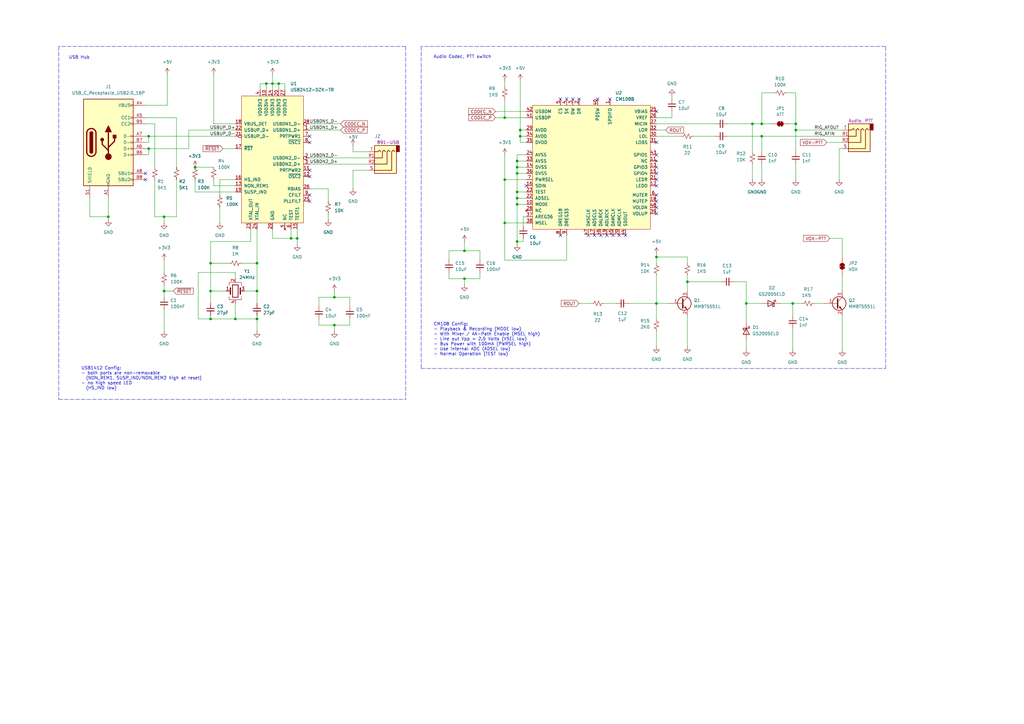
<source format=kicad_sch>
(kicad_sch (version 20250114) (generator "eeschema") (generator_version "9.0")
  (paper "A3")
  (title_block (title "DigiPort-891") (company "BD5HLI"))
  (lib_symbols
    (symbol "Connector:AudioJack4"
      (property "Reference" "J" (at 0 8.89 0))
      (property "Value" "AudioJack4" (at 0 6.35 0))
      (symbol "AudioJack4_1_1"
        (pin passive line (at 5.08 2.54 180) (length 2.54) (name "~") (number "S"))
        (pin passive line (at 5.08 0 180) (length 2.54) (name "~") (number "R2"))
        (pin passive line (at 5.08 -2.54 180) (length 2.54) (name "~") (number "R1"))
        (pin passive line (at 5.08 -5.08 180) (length 2.54) (name "~") (number "T"))
      )
    )
    (symbol "Connector:USB_C_Receptacle_USB2.0_16P" (pin_names (offset 1.016))
      (property "Reference" "J" (at 0 22.225 0))
      (property "Value" "USB_C_Receptacle_USB2.0_16P" (at 0 19.685 0))
      (symbol "USB_C_Receptacle_USB2.0_16P_1_1"
        (pin passive line (at -7.62 -22.86 90) (length 5.08) (name "SHIELD") (number "S1"))
        (pin passive line (at 0 -22.86 90) (length 5.08) (name "GND") (number "A1"))
        (pin passive line (at 0 -22.86 90) (length 5.08) (hide yes) (name "GND") (number "A12"))
        (pin passive line (at 0 -22.86 90) (length 5.08) (hide yes) (name "GND") (number "B1"))
        (pin passive line (at 0 -22.86 90) (length 5.08) (hide yes) (name "GND") (number "B12"))
        (pin passive line (at 15.24 15.24 180) (length 5.08) (name "VBUS") (number "A4"))
        (pin passive line (at 15.24 15.24 180) (length 5.08) (hide yes) (name "VBUS") (number "A9"))
        (pin passive line (at 15.24 15.24 180) (length 5.08) (hide yes) (name "VBUS") (number "B4"))
        (pin passive line (at 15.24 15.24 180) (length 5.08) (hide yes) (name "VBUS") (number "B9"))
        (pin bidirectional line (at 15.24 10.16 180) (length 5.08) (name "CC1") (number "A5"))
        (pin bidirectional line (at 15.24 7.62 180) (length 5.08) (name "CC2") (number "B5"))
        (pin bidirectional line (at 15.24 2.54 180) (length 5.08) (name "D-") (number "A7"))
        (pin bidirectional line (at 15.24 0 180) (length 5.08) (name "D-") (number "B7"))
        (pin bidirectional line (at 15.24 -2.54 180) (length 5.08) (name "D+") (number "A6"))
        (pin bidirectional line (at 15.24 -5.08 180) (length 5.08) (name "D+") (number "B6"))
        (pin bidirectional line (at 15.24 -12.7 180) (length 5.08) (name "SBU1") (number "A8"))
        (pin bidirectional line (at 15.24 -15.24 180) (length 5.08) (name "SBU2") (number "B8"))
      )
    )
    (symbol "Device:C_Small" (pin_numbers (hide yes)) (pin_names (offset 0.254) (hide yes))
      (property "Reference" "C" (at 0.254 1.778 0))
      (property "Value" "C_Small" (at 0.254 -2.032 0))
      (symbol "C_Small_1_1"
        (pin passive line (at 0 2.54 270) (length 2.032) (name "~") (number "1"))
        (pin passive line (at 0 -2.54 90) (length 2.032) (name "~") (number "2"))
      )
    )
    (symbol "Device:Crystal_GND24" (pin_names (offset 1.016) (hide yes))
      (property "Reference" "Y" (at 3.175 5.08 0))
      (property "Value" "Crystal_GND24" (at 3.175 3.175 0))
      (symbol "Crystal_GND24_1_1"
        (pin passive line (at -3.81 0 0) (length 1.27) (name "1") (number "1"))
        (pin passive line (at 0 5.08 270) (length 1.27) (name "2") (number "2"))
        (pin passive line (at 0 -5.08 90) (length 1.27) (name "4") (number "4"))
        (pin passive line (at 3.81 0 180) (length 1.27) (name "3") (number "3"))
      )
    )
    (symbol "Device:D_Schottky" (pin_numbers (hide yes)) (pin_names (offset 1.016) (hide yes))
      (property "Reference" "D" (at 0 2.54 0))
      (property "Value" "D_Schottky" (at 0 -2.54 0))
      (symbol "D_Schottky_1_1"
        (pin passive line (at -3.81 0 0) (length 2.54) (name "K") (number "1"))
        (pin passive line (at 3.81 0 180) (length 2.54) (name "A") (number "2"))
      )
    )
    (symbol "Device:R_Small_US" (pin_numbers (hide yes)) (pin_names (offset 0.254) (hide yes))
      (property "Reference" "R" (at 0.762 0.508 0))
      (property "Value" "R_Small_US" (at 0.762 -1.016 0))
      (symbol "R_Small_US_1_1"
        (pin passive line (at 0 2.54 270) (length 1.016) (name "~") (number "1"))
        (pin passive line (at 0 -2.54 90) (length 1.016) (name "~") (number "2"))
      )
    )
    (symbol "Jumper:SolderJumper_2_Bridged" (pin_numbers (hide yes)) (pin_names (offset 0) (hide yes)) (exclude_from_sim yes) (in_bom no)
      (property "Reference" "JP" (at 0 2.032 0))
      (property "Value" "SolderJumper_2_Bridged" (at 0 -2.54 0))
      (symbol "SolderJumper_2_Bridged_1_1"
        (pin passive line (at -3.81 0 0) (length 2.54) (name "A") (number "1"))
        (pin passive line (at 3.81 0 180) (length 2.54) (name "B") (number "2"))
      )
    )
    (symbol "Transistor_BJT:MMBT5551L" (pin_names (offset 0) (hide yes))
      (property "Reference" "Q" (at 5.08 1.905 0))
      (property "Value" "MMBT5551L" (at 5.08 0 0))
      (symbol "MMBT5551L_1_1"
        (pin input line (at -5.08 0 0) (length 5.715) (name "B") (number "1"))
        (pin passive line (at 2.54 5.08 270) (length 2.54) (name "C") (number "3"))
        (pin passive line (at 2.54 -5.08 90) (length 2.54) (name "E") (number "2"))
      )
    )
    (symbol "digirig:CM108B" (pin_names (offset 1.016))
      (property "Reference" "U" (at -12.7 1.27 0))
      (property "Value" "CM108B" (at -12.7 -1.27 0))
      (symbol "CM108B_0_0"
        (pin bidirectional line (at -15.24 -5.08 0) (length 2.54) (name "USBDM") (number "42"))
        (pin bidirectional line (at -15.24 -7.62 0) (length 2.54) (name "USBDP") (number "41"))
        (pin power_in line (at -15.24 -12.7 0) (length 2.54) (name "AVDD") (number "29"))
        (pin power_in line (at -15.24 -15.24 0) (length 2.54) (name "AVDD") (number "34"))
        (pin power_in line (at -15.24 -17.78 0) (length 2.54) (name "DVDD") (number "35"))
        (pin power_in line (at -15.24 -22.86 0) (length 2.54) (name "AVSS") (number "24"))
        (pin power_in line (at -15.24 -25.4 0) (length 2.54) (name "AVSS") (number "33"))
        (pin power_in line (at -15.24 -27.94 0) (length 2.54) (name "DVSS") (number "14"))
        (pin power_in line (at -15.24 -30.48 0) (length 2.54) (name "DVSS") (number "36"))
        (pin input line (at -15.24 -33.02 0) (length 2.54) (name "PWRSEL") (number "7"))
        (pin input line (at -15.24 -35.56 0) (length 2.54) (name "SDIN") (number "16"))
        (pin input line (at -15.24 -38.1 0) (length 2.54) (name "TEST") (number "23"))
        (pin input line (at -15.24 -40.64 0) (length 2.54) (name "ADSEL") (number "22"))
        (pin input line (at -15.24 -43.18 0) (length 2.54) (name "MODE") (number "10"))
        (pin no_connect line (at -15.24 -45.72 0) (length 2.54) (name "NC") (number "28"))
        (pin power_in line (at -15.24 -48.26 0) (length 2.54) (name "AREG36") (number "37"))
        (pin input line (at -15.24 -50.8 0) (length 2.54) (name "MSEL") (number "38"))
        (pin output line (at -1.27 0 270) (length 2.54) (name "CS") (number "5"))
        (pin power_out line (at -1.27 -55.88 90) (length 2.54) (name "DREG18") (number "8"))
        (pin output line (at 1.27 0 270) (length 2.54) (name "SK") (number "4"))
        (pin power_out line (at 1.27 -55.88 90) (length 2.54) (name "DREG33") (number "9"))
        (pin output line (at 3.81 0 270) (length 2.54) (name "DW") (number "3"))
        (pin input line (at 6.35 0 270) (length 2.54) (name "DR") (number "2"))
        (pin input line (at 10.16 -55.88 90) (length 2.54) (name "DASCLK") (number "47"))
        (pin output line (at 12.7 -55.88 90) (length 2.54) (name "ADSCLS") (number "17"))
        (pin output line (at 13.97 0 270) (length 2.54) (name "PDSW") (number "40"))
        (pin input line (at 15.24 -55.88 90) (length 2.54) (name "DALRCK") (number "46"))
        (pin output line (at 17.78 -55.88 90) (length 2.54) (name "ADLRCK") (number "19"))
        (pin output line (at 19.05 0 270) (length 2.54) (name "SPDIFO") (number "1"))
        (pin output line (at 20.32 -55.88 90) (length 2.54) (name "DAMCLK") (number "45"))
        (pin output line (at 22.86 -55.88 90) (length 2.54) (name "ADMCLK") (number "20"))
        (pin output line (at 25.4 -55.88 90) (length 2.54) (name "SDOUT") (number "44"))
        (pin power_out line (at 38.1 -5.08 180) (length 2.54) (name "VBIAS") (number "25"))
        (pin power_out line (at 38.1 -7.62 180) (length 2.54) (name "VREF") (number "26"))
        (pin input line (at 38.1 -10.16 180) (length 2.54) (name "MICIN") (number "27"))
        (pin output line (at 38.1 -12.7 180) (length 2.54) (name "LOR") (number "32"))
        (pin output line (at 38.1 -15.24 180) (length 2.54) (name "LOL") (number "30"))
        (pin power_out line (at 38.1 -17.78 180) (length 2.54) (name "LOBS") (number "31"))
        (pin bidirectional line (at 38.1 -22.86 180) (length 2.54) (name "GPIO1") (number "43"))
        (pin no_connect line (at 38.1 -25.4 180) (length 2.54) (name "NC") (number "11"))
        (pin bidirectional line (at 38.1 -27.94 180) (length 2.54) (name "GPIO3") (number "13"))
        (pin bidirectional line (at 38.1 -30.48 180) (length 2.54) (name "GPIO4") (number "15"))
        (pin output line (at 38.1 -33.02 180) (length 2.54) (name "LEDR") (number "21"))
        (pin output line (at 38.1 -35.56 180) (length 2.54) (name "LEDO") (number "12"))
        (pin input line (at 38.1 -39.37 180) (length 2.54) (name "MUTER") (number "6"))
        (pin input line (at 38.1 -41.91 180) (length 2.54) (name "MUTEP") (number "18"))
        (pin input line (at 38.1 -44.45 180) (length 2.54) (name "VOLDN") (number "48"))
        (pin input line (at 38.1 -46.99 180) (length 2.54) (name "VOLUP") (number "39"))
      )
    )
    (symbol "digirig:USB2412-DZK-TR" (pin_names (offset 1.016))
      (property "Reference" "U1" (at -5.4259 41.91 0))
      (property "Value" "USB2412-DZK-TR" (at -5.4259 39.37 0))
      (symbol "USB2412-DZK-TR_1_1"
        (pin input line (at -27.94 25.4 0) (length 2.54) (name "VBUS_DET") (number "18"))
        (pin bidirectional line (at -27.94 22.86 0) (length 2.54) (name "USBUP_D+") (number "22"))
        (pin bidirectional inverted (at -27.94 20.32 0) (length 2.54) (name "USBUP_D-") (number "21"))
        (pin input line (at -27.94 15.24 0) (length 2.54) (name "~{RST}") (number "17"))
        (pin input line (at -27.94 2.54 0) (length 2.54) (name "HS_IND") (number "16"))
        (pin input line (at -27.94 0 0) (length 2.54) (name "NON_REM1") (number "13"))
        (pin input line (at -27.94 -2.54 0) (length 2.54) (name "SUSP_IND") (number "19"))
        (pin output line (at -21.59 -17.78 90) (length 2.54) (name "XTAL_OUT") (number "23"))
        (pin input line (at -19.05 -17.78 90) (length 2.54) (name "XTAL_IN") (number "24"))
        (pin power_in line (at -17.78 39.37 270) (length 2.54) (name "VDD3V3") (number "4"))
        (pin power_in line (at -15.24 39.37 270) (length 2.54) (name "VDD3V4") (number "10"))
        (pin power_in line (at -12.7 39.37 270) (length 2.54) (name "VDD3V3") (number "14"))
        (pin power_in line (at -12.7 -17.78 90) (length 2.54) (name "GND") (number "29"))
        (pin power_in line (at -10.16 39.37 270) (length 2.54) (name "VDD3V3") (number "20"))
        (pin power_in line (at -7.62 39.37 270) (length 2.54) (name "VDD3V3") (number "27"))
        (pin no_connect line (at -7.62 -17.78 90) (length 2.54) (name "NC") (number "5"))
        (pin input line (at -5.08 -17.78 90) (length 2.54) (name "TEST") (number "6"))
        (pin input line (at -2.54 -17.78 90) (length 2.54) (name "TEST1") (number "15"))
        (pin bidirectional inverted (at 2.54 25.4 180) (length 2.54) (name "USBDN1_D-") (number "28"))
        (pin bidirectional line (at 2.54 22.86 180) (length 2.54) (name "USBDN1_D+") (number "1"))
        (pin output line (at 2.54 20.32 180) (length 2.54) (name "PRTPWR1") (number "7"))
        (pin input line (at 2.54 17.78 180) (length 2.54) (name "~{OSC1}") (number "8"))
        (pin bidirectional inverted (at 2.54 11.43 180) (length 2.54) (name "USBDN2_D-") (number "2"))
        (pin bidirectional line (at 2.54 8.89 180) (length 2.54) (name "USBDN2_D+") (number "3"))
        (pin output line (at 2.54 6.35 180) (length 2.54) (name "PRTPWR2") (number "11"))
        (pin input line (at 2.54 3.81 180) (length 2.54) (name "~{OSC2}") (number "12"))
        (pin input line (at 2.54 -1.27 180) (length 2.54) (name "RBIAS") (number "26"))
        (pin output line (at 2.54 -3.81 180) (length 2.54) (name "CFILT") (number "9"))
        (pin output line (at 2.54 -6.35 180) (length 2.54) (name "PLLFILT") (number "25"))
      )
    )
    (symbol "power:+3V3" (power) (pin_numbers (hide yes)) (pin_names (offset 0) (hide yes))
      (property "Value" "+3V3" (at 0 3.556 0))
      (symbol "+3V3_1_1"
        (pin power_in line (at 0 0 90) (length 0) (name "~") (number "1"))
      )
    )
    (symbol "power:+5V" (power) (pin_numbers (hide yes)) (pin_names (offset 0) (hide yes))
      (property "Value" "+5V" (at 0 3.556 0))
      (symbol "+5V_1_1"
        (pin power_in line (at 0 0 90) (length 0) (name "~") (number "1"))
      )
    )
    (symbol "power:GND" (power) (pin_numbers (hide yes)) (pin_names (offset 0) (hide yes))
      (property "Value" "GND" (at 0 -3.81 0))
      (symbol "GND_1_1"
        (pin power_in line (at 0 0 270) (length 0) (name "~") (number "1"))
      )
    )
  )
  (text "USB Hub" (at 28.194 24.384 0) (effects (font (size 1.27 1.27)) (justify left bottom)))
  (text "Audio Codec, PTT switch" (at 177.8 24.13 0) (effects (font (size 1.27 1.27)) (justify left bottom)))
  (text "CM108 Config:\n- Playback & Recording (MODE low)\n- With Mixer / AA-Path Enable (MSEL high)\n- Line out Vpp = 2.5 Volts (VSEL low)\n- Bus Power with 100mA (PWRSEL high)\n- Use internal ADC (ADSEL low)\n- Normal Operation (TEST low)" (at 177.8 146.05 0) (effects (font (size 1.27 1.27)) (justify left bottom)))
  (text "USB1412 Config:\n- both ports are non-removable\n  (NON_REM1, SUSP_IND/NON_REM2 high at reset)\n- no high speed LED\n  (HS_IND low)" (at 33.274 160.02 0) (effects (font (size 1.27 1.27)) (justify left bottom)))
  (junction (at 281.94 115.57))
  (junction (at 121.92 97.79))
  (junction (at 212.09 81.28))
  (junction (at 44.45 88.9))
  (junction (at 212.09 68.58))
  (junction (at 269.24 105.41))
  (junction (at 190.5 114.3))
  (junction (at 67.31 88.9))
  (junction (at 325.12 124.46))
  (junction (at 119.38 97.79))
  (junction (at 207.01 91.44))
  (junction (at 105.41 130.81))
  (junction (at 212.09 66.04))
  (junction (at 212.09 78.74))
  (junction (at 306.07 124.46))
  (junction (at 207.01 73.66))
  (junction (at 207.01 48.26))
  (junction (at 326.39 50.8))
  (junction (at 111.76 34.29))
  (junction (at 213.36 55.88))
  (junction (at 109.22 34.29))
  (junction (at 86.36 130.81))
  (junction (at 86.36 119.38))
  (junction (at 86.36 107.95))
  (junction (at 212.09 99.06))
  (junction (at 80.01 68.58))
  (junction (at 269.24 124.46))
  (junction (at 326.39 53.34))
  (junction (at 96.52 130.81))
  (junction (at 312.42 50.8))
  (junction (at 105.41 119.38))
  (junction (at 213.36 53.34))
  (junction (at 60.96 60.96))
  (junction (at 190.5 102.87))
  (junction (at 212.09 71.12))
  (junction (at 67.31 119.38))
  (junction (at 212.09 83.82))
  (junction (at 137.16 121.92))
  (junction (at 105.41 107.95))
  (junction (at 137.16 133.35))
  (junction (at 308.61 50.8))
  (junction (at 60.96 55.88))
  (junction (at 114.3 34.29))
  (junction (at 312.42 55.88))
  (no_connect (at 269.24 45.72))
  (no_connect (at 269.24 76.2))
  (no_connect (at 269.24 80.01))
  (no_connect (at 229.87 40.64))
  (no_connect (at 127 58.42))
  (no_connect (at 241.3 96.52))
  (no_connect (at 237.49 40.64))
  (no_connect (at 269.24 82.55))
  (no_connect (at 243.84 96.52))
  (no_connect (at 127 55.88))
  (no_connect (at 127 80.01))
  (no_connect (at 59.69 73.66))
  (no_connect (at 234.95 40.64))
  (no_connect (at 269.24 68.58))
  (no_connect (at 269.24 63.5))
  (no_connect (at 269.24 87.63))
  (no_connect (at 232.41 40.64))
  (no_connect (at 215.9 76.2))
  (no_connect (at 256.54 96.52))
  (no_connect (at 251.46 96.52))
  (no_connect (at 254 96.52))
  (no_connect (at 127 72.39))
  (no_connect (at 250.19 40.64))
  (no_connect (at 269.24 85.09))
  (no_connect (at 246.38 96.52))
  (no_connect (at 245.11 40.64))
  (no_connect (at 269.24 71.12))
  (no_connect (at 248.92 96.52))
  (no_connect (at 269.24 58.42))
  (no_connect (at 127 82.55))
  (no_connect (at 59.69 71.12))
  (no_connect (at 229.87 96.52))
  (no_connect (at 127 69.85))
  (no_connect (at 269.24 73.66))
  (wire (pts (xy 215.9 58.42) (xy 213.36 58.42)))
  (wire (pts (xy 326.39 67.31) (xy 326.39 73.66)))
  (wire (pts (xy 87.63 76.2) (xy 87.63 73.66)))
  (wire (pts (xy 269.24 105.41) (xy 269.24 107.95)))
  (wire (pts (xy 281.94 129.54) (xy 281.94 142.24)))
  (wire (pts (xy 77.47 53.34) (xy 96.52 53.34)))
  (wire (pts (xy 134.62 77.47) (xy 134.62 82.55)))
  (wire (pts (xy 344.17 60.96) (xy 345.44 60.96)))
  (wire (pts (xy 105.41 129.54) (xy 105.41 130.81)))
  (wire (pts (xy 72.39 48.26) (xy 72.39 68.58)))
  (polyline (pts (xy 363.22 151.13) (xy 363.22 19.05)) (stroke (width 0) (type dash)))
  (wire (pts (xy 67.31 119.38) (xy 71.12 119.38)))
  (wire (pts (xy 105.41 135.89) (xy 105.41 130.81)))
  (wire (pts (xy 130.81 130.81) (xy 130.81 133.35)))
  (wire (pts (xy 137.16 119.38) (xy 137.16 121.92)))
  (wire (pts (xy 213.36 58.42) (xy 213.36 55.88)))
  (wire (pts (xy 67.31 116.84) (xy 67.31 119.38)))
  (wire (pts (xy 106.68 36.83) (xy 106.68 34.29)))
  (wire (pts (xy 99.06 107.95) (xy 105.41 107.95)))
  (wire (pts (xy 87.63 50.8) (xy 96.52 50.8)))
  (wire (pts (xy 111.76 93.98) (xy 111.76 97.79)))
  (wire (pts (xy 63.5 88.9) (xy 67.31 88.9)))
  (wire (pts (xy 119.38 97.79) (xy 121.92 97.79)))
  (polyline (pts (xy 166.37 19.05) (xy 166.37 163.83)) (stroke (width 0) (type dash)))
  (wire (pts (xy 127 50.8) (xy 139.7 50.8)))
  (wire (pts (xy 143.51 121.92) (xy 137.16 121.92)))
  (wire (pts (xy 212.09 81.28) (xy 215.9 81.28)))
  (polyline (pts (xy 24.13 19.05) (xy 24.13 163.83)) (stroke (width 0) (type dash)))
  (wire (pts (xy 44.45 81.28) (xy 44.45 88.9)))
  (wire (pts (xy 306.07 124.46) (xy 312.42 124.46)))
  (wire (pts (xy 207.01 63.5) (xy 207.01 73.66)))
  (wire (pts (xy 326.39 38.1) (xy 326.39 50.8)))
  (wire (pts (xy 212.09 66.04) (xy 212.09 68.58)))
  (wire (pts (xy 308.61 67.31) (xy 308.61 73.66)))
  (wire (pts (xy 60.96 63.5) (xy 60.96 60.96)))
  (wire (pts (xy 63.5 73.66) (xy 63.5 88.9)))
  (wire (pts (xy 306.07 115.57) (xy 306.07 124.46)))
  (wire (pts (xy 127 53.34) (xy 139.7 53.34)))
  (wire (pts (xy 325.12 124.46) (xy 328.93 124.46)))
  (wire (pts (xy 345.44 129.54) (xy 345.44 143.51)))
  (wire (pts (xy 111.76 34.29) (xy 114.3 34.29)))
  (wire (pts (xy 215.9 55.88) (xy 213.36 55.88)))
  (wire (pts (xy 345.44 97.79) (xy 345.44 105.41)))
  (wire (pts (xy 190.5 114.3) (xy 196.85 114.3)))
  (wire (pts (xy 213.36 55.88) (xy 213.36 53.34)))
  (wire (pts (xy 105.41 119.38) (xy 105.41 124.46)))
  (wire (pts (xy 68.58 30.48) (xy 68.58 43.18)))
  (wire (pts (xy 325.12 124.46) (xy 325.12 129.54)))
  (wire (pts (xy 212.09 68.58) (xy 215.9 68.58)))
  (wire (pts (xy 232.41 96.52) (xy 232.41 106.68)))
  (wire (pts (xy 312.42 50.8) (xy 316.23 50.8)))
  (wire (pts (xy 257.81 124.46) (xy 269.24 124.46)))
  (wire (pts (xy 203.2 48.26) (xy 207.01 48.26)))
  (wire (pts (xy 121.92 93.98) (xy 121.92 97.79)))
  (wire (pts (xy 86.36 119.38) (xy 92.71 119.38)))
  (wire (pts (xy 102.87 99.06) (xy 86.36 99.06)))
  (wire (pts (xy 111.76 30.48) (xy 111.76 34.29)))
  (wire (pts (xy 213.36 33.02) (xy 213.36 53.34)))
  (wire (pts (xy 269.24 124.46) (xy 269.24 130.81)))
  (wire (pts (xy 130.81 133.35) (xy 137.16 133.35)))
  (wire (pts (xy 102.87 99.06) (xy 102.87 93.98)))
  (wire (pts (xy 137.16 133.35) (xy 143.51 133.35)))
  (wire (pts (xy 80.01 78.74) (xy 96.52 78.74)))
  (wire (pts (xy 232.41 106.68) (xy 207.01 106.68)))
  (wire (pts (xy 68.58 43.18) (xy 59.69 43.18)))
  (wire (pts (xy 143.51 125.73) (xy 143.51 121.92)))
  (wire (pts (xy 59.69 55.88) (xy 60.96 55.88)))
  (wire (pts (xy 111.76 97.79) (xy 119.38 97.79)))
  (wire (pts (xy 340.36 97.79) (xy 345.44 97.79)))
  (wire (pts (xy 212.09 71.12) (xy 212.09 78.74)))
  (wire (pts (xy 144.78 59.69) (xy 144.78 62.23)))
  (wire (pts (xy 269.24 50.8) (xy 293.37 50.8)))
  (wire (pts (xy 298.45 50.8) (xy 308.61 50.8)))
  (wire (pts (xy 312.42 67.31) (xy 312.42 73.66)))
  (wire (pts (xy 275.59 45.72) (xy 275.59 48.26)))
  (wire (pts (xy 96.52 111.76) (xy 96.52 114.3)))
  (wire (pts (xy 273.05 53.34) (xy 269.24 53.34)))
  (wire (pts (xy 298.45 55.88) (xy 312.42 55.88)))
  (wire (pts (xy 215.9 63.5) (xy 212.09 63.5)))
  (wire (pts (xy 59.69 63.5) (xy 60.96 63.5)))
  (wire (pts (xy 326.39 53.34) (xy 345.44 53.34)))
  (wire (pts (xy 320.04 124.46) (xy 325.12 124.46)))
  (wire (pts (xy 59.69 58.42) (xy 60.96 58.42)))
  (wire (pts (xy 127 77.47) (xy 134.62 77.47)))
  (wire (pts (xy 134.62 87.63) (xy 134.62 90.17)))
  (wire (pts (xy 143.51 130.81) (xy 143.51 133.35)))
  (wire (pts (xy 63.5 50.8) (xy 59.69 50.8)))
  (wire (pts (xy 281.94 107.95) (xy 281.94 105.41)))
  (wire (pts (xy 59.69 60.96) (xy 60.96 60.96)))
  (wire (pts (xy 281.94 115.57) (xy 281.94 119.38)))
  (wire (pts (xy 326.39 50.8) (xy 326.39 53.34)))
  (wire (pts (xy 80.01 78.74) (xy 80.01 73.66)))
  (wire (pts (xy 275.59 39.37) (xy 275.59 40.64)))
  (wire (pts (xy 247.65 124.46) (xy 252.73 124.46)))
  (wire (pts (xy 36.83 88.9) (xy 44.45 88.9)))
  (wire (pts (xy 67.31 119.38) (xy 67.31 121.92)))
  (wire (pts (xy 308.61 50.8) (xy 312.42 50.8)))
  (wire (pts (xy 81.28 111.76) (xy 81.28 130.81)))
  (wire (pts (xy 130.81 121.92) (xy 130.81 125.73)))
  (wire (pts (xy 72.39 48.26) (xy 59.69 48.26)))
  (wire (pts (xy 212.09 100.33) (xy 212.09 99.06)))
  (wire (pts (xy 109.22 36.83) (xy 109.22 34.29)))
  (wire (pts (xy 60.96 55.88) (xy 96.52 55.88)))
  (wire (pts (xy 306.07 139.7) (xy 306.07 143.51)))
  (wire (pts (xy 212.09 68.58) (xy 212.09 71.12)))
  (wire (pts (xy 207.01 91.44) (xy 215.9 91.44)))
  (wire (pts (xy 334.01 124.46) (xy 337.82 124.46)))
  (wire (pts (xy 144.78 69.85) (xy 144.78 77.47)))
  (wire (pts (xy 86.36 129.54) (xy 86.36 130.81)))
  (wire (pts (xy 184.15 102.87) (xy 184.15 106.68)))
  (wire (pts (xy 127 67.31) (xy 151.13 67.31)))
  (wire (pts (xy 344.17 73.66) (xy 344.17 60.96)))
  (wire (pts (xy 212.09 66.04) (xy 215.9 66.04)))
  (wire (pts (xy 306.07 124.46) (xy 306.07 132.08)))
  (wire (pts (xy 312.42 38.1) (xy 312.42 50.8)))
  (wire (pts (xy 269.24 113.03) (xy 269.24 124.46)))
  (wire (pts (xy 203.2 45.72) (xy 215.9 45.72)))
  (wire (pts (xy 114.3 34.29) (xy 116.84 34.29)))
  (wire (pts (xy 207.01 33.02) (xy 207.01 35.56)))
  (wire (pts (xy 190.5 102.87) (xy 184.15 102.87)))
  (wire (pts (xy 144.78 69.85) (xy 151.13 69.85)))
  (wire (pts (xy 67.31 106.68) (xy 67.31 111.76)))
  (wire (pts (xy 60.96 58.42) (xy 60.96 55.88)))
  (wire (pts (xy 184.15 114.3) (xy 190.5 114.3)))
  (wire (pts (xy 184.15 111.76) (xy 184.15 114.3)))
  (wire (pts (xy 86.36 119.38) (xy 86.36 124.46)))
  (polyline (pts (xy 172.72 151.13) (xy 363.22 151.13)) (stroke (width 0) (type dash)))
  (wire (pts (xy 212.09 71.12) (xy 215.9 71.12)))
  (wire (pts (xy 96.52 124.46) (xy 96.52 130.81)))
  (wire (pts (xy 322.58 38.1) (xy 326.39 38.1)))
  (wire (pts (xy 36.83 81.28) (xy 36.83 88.9)))
  (wire (pts (xy 214.63 88.9) (xy 215.9 88.9)))
  (wire (pts (xy 105.41 107.95) (xy 105.41 93.98)))
  (wire (pts (xy 72.39 88.9) (xy 67.31 88.9)))
  (wire (pts (xy 109.22 34.29) (xy 111.76 34.29)))
  (wire (pts (xy 281.94 113.03) (xy 281.94 115.57)))
  (wire (pts (xy 269.24 124.46) (xy 274.32 124.46)))
  (wire (pts (xy 300.99 115.57) (xy 306.07 115.57)))
  (wire (pts (xy 207.01 91.44) (xy 207.01 73.66)))
  (wire (pts (xy 121.92 97.79) (xy 121.92 100.33)))
  (wire (pts (xy 317.5 38.1) (xy 312.42 38.1)))
  (wire (pts (xy 127 64.77) (xy 151.13 64.77)))
  (wire (pts (xy 96.52 130.81) (xy 105.41 130.81)))
  (wire (pts (xy 214.63 88.9) (xy 214.63 92.71)))
  (wire (pts (xy 91.44 60.96) (xy 96.52 60.96)))
  (wire (pts (xy 207.01 48.26) (xy 215.9 48.26)))
  (wire (pts (xy 281.94 115.57) (xy 295.91 115.57)))
  (wire (pts (xy 196.85 111.76) (xy 196.85 114.3)))
  (wire (pts (xy 323.85 50.8) (xy 326.39 50.8)))
  (wire (pts (xy 269.24 48.26) (xy 275.59 48.26)))
  (wire (pts (xy 312.42 55.88) (xy 312.42 62.23)))
  (wire (pts (xy 90.17 85.09) (xy 90.17 91.44)))
  (wire (pts (xy 190.5 114.3) (xy 190.5 116.84)))
  (wire (pts (xy 196.85 102.87) (xy 190.5 102.87)))
  (wire (pts (xy 86.36 99.06) (xy 86.36 107.95)))
  (wire (pts (xy 114.3 36.83) (xy 114.3 34.29)))
  (wire (pts (xy 212.09 99.06) (xy 212.09 83.82)))
  (wire (pts (xy 207.01 106.68) (xy 207.01 91.44)))
  (wire (pts (xy 144.78 62.23) (xy 151.13 62.23)))
  (wire (pts (xy 281.94 105.41) (xy 269.24 105.41)))
  (wire (pts (xy 100.33 119.38) (xy 105.41 119.38)))
  (wire (pts (xy 207.01 40.64) (xy 207.01 48.26)))
  (wire (pts (xy 105.41 107.95) (xy 105.41 119.38)))
  (wire (pts (xy 212.09 83.82) (xy 215.9 83.82)))
  (wire (pts (xy 80.01 68.58) (xy 87.63 68.58)))
  (wire (pts (xy 90.17 73.66) (xy 96.52 73.66)))
  (wire (pts (xy 86.36 107.95) (xy 93.98 107.95)))
  (wire (pts (xy 215.9 78.74) (xy 212.09 78.74)))
  (wire (pts (xy 339.09 58.42) (xy 345.44 58.42)))
  (wire (pts (xy 67.31 88.9) (xy 67.31 91.44)))
  (wire (pts (xy 269.24 55.88) (xy 279.4 55.88)))
  (wire (pts (xy 214.63 99.06) (xy 212.09 99.06)))
  (wire (pts (xy 326.39 53.34) (xy 326.39 62.23)))
  (wire (pts (xy 119.38 93.98) (xy 119.38 97.79)))
  (wire (pts (xy 269.24 104.14) (xy 269.24 105.41)))
  (wire (pts (xy 86.36 130.81) (xy 96.52 130.81)))
  (wire (pts (xy 72.39 73.66) (xy 72.39 88.9)))
  (wire (pts (xy 116.84 36.83) (xy 116.84 34.29)))
  (polyline (pts (xy 172.72 19.05) (xy 172.72 151.13)) (stroke (width 0) (type dash)))
  (wire (pts (xy 137.16 121.92) (xy 130.81 121.92)))
  (wire (pts (xy 90.17 80.01) (xy 90.17 73.66)))
  (wire (pts (xy 269.24 135.89) (xy 269.24 142.24)))
  (polyline (pts (xy 363.22 19.05) (xy 172.72 19.05)) (stroke (width 0) (type dash)))
  (wire (pts (xy 86.36 107.95) (xy 86.36 119.38)))
  (wire (pts (xy 284.48 55.88) (xy 293.37 55.88)))
  (wire (pts (xy 106.68 34.29) (xy 109.22 34.29)))
  (wire (pts (xy 87.63 30.48) (xy 87.63 50.8)))
  (wire (pts (xy 196.85 106.68) (xy 196.85 102.87)))
  (wire (pts (xy 212.09 78.74) (xy 212.09 81.28)))
  (wire (pts (xy 212.09 83.82) (xy 212.09 81.28)))
  (wire (pts (xy 137.16 133.35) (xy 137.16 135.89)))
  (wire (pts (xy 81.28 130.81) (xy 86.36 130.81)))
  (wire (pts (xy 77.47 60.96) (xy 77.47 53.34)))
  (wire (pts (xy 237.49 124.46) (xy 242.57 124.46)))
  (wire (pts (xy 214.63 97.79) (xy 214.63 99.06)))
  (wire (pts (xy 345.44 113.03) (xy 345.44 119.38)))
  (wire (pts (xy 213.36 53.34) (xy 215.9 53.34)))
  (wire (pts (xy 60.96 60.96) (xy 77.47 60.96)))
  (wire (pts (xy 96.52 111.76) (xy 81.28 111.76)))
  (wire (pts (xy 111.76 34.29) (xy 111.76 36.83)))
  (wire (pts (xy 308.61 50.8) (xy 308.61 62.23)))
  (polyline (pts (xy 166.37 19.05) (xy 24.13 19.05)) (stroke (width 0) (type dash)))
  (wire (pts (xy 190.5 99.06) (xy 190.5 102.87)))
  (wire (pts (xy 207.01 73.66) (xy 215.9 73.66)))
  (wire (pts (xy 325.12 134.62) (xy 325.12 143.51)))
  (wire (pts (xy 212.09 63.5) (xy 212.09 66.04)))
  (polyline (pts (xy 24.13 163.83) (xy 166.37 163.83)) (stroke (width 0) (type dash)))
  (wire (pts (xy 63.5 50.8) (xy 63.5 68.58)))
  (wire (pts (xy 96.52 76.2) (xy 87.63 76.2)))
  (wire (pts (xy 44.45 88.9) (xy 44.45 90.17)))
  (wire (pts (xy 312.42 55.88) (xy 345.44 55.88)))
  (wire (pts (xy 67.31 127) (xy 67.31 135.89)))
  (label "USBUP_D+" (at 96.52 53.34 180))
  (label "USBDN2_D+" (at 127 67.31 0))
  (label "RIG_AFIN" (at 334.01 55.88 0))
  (label "USBDN1_D+" (at 127 53.34 0))
  (label "USBDN1_D-" (at 127 50.8 0))
  (label "USBUP_D-" (at 96.52 55.88 180))
  (label "RIG_AFOUT" (at 334.01 53.34 0))
  (label "USBDN2_D-" (at 127 64.77 0))
  (global_label "~{RESET}" (shape input) (at 91.44 60.96 180) (property "Intersheetrefs" "${INTERSHEET_REFS}" (effects (hide yes))))
  (global_label "CODEC_N" (shape input) (at 139.7 50.8 0) (property "Intersheetrefs" "${INTERSHEET_REFS}" (effects (hide yes))))
  (global_label "VOX-PTT" (shape input) (at 340.36 97.79 180) (property "Intersheetrefs" "${INTERSHEET_REFS}" (effects (hide yes))))
  (global_label "CODEC_P" (shape input) (at 203.2 48.26 180) (property "Intersheetrefs" "${INTERSHEET_REFS}" (effects (hide yes))))
  (global_label "ROUT" (shape input) (at 237.49 124.46 180) (property "Intersheetrefs" "${INTERSHEET_REFS}" (effects (hide yes))))
  (global_label "ROUT" (shape input) (at 273.05 53.34 0) (property "Intersheetrefs" "${INTERSHEET_REFS}" (effects (hide yes))))
  (global_label "CODEC_P" (shape input) (at 139.7 53.34 0) (property "Intersheetrefs" "${INTERSHEET_REFS}" (effects (hide yes))))
  (global_label "VOX-PTT" (shape input) (at 339.09 58.42 180) (property "Intersheetrefs" "${INTERSHEET_REFS}" (effects (hide yes))))
  (global_label "~{RESET}" (shape input) (at 71.12 119.38 0) (property "Intersheetrefs" "${INTERSHEET_REFS}" (effects (hide yes))))
  (global_label "CODEC_N" (shape input) (at 203.2 45.72 180) (property "Intersheetrefs" "${INTERSHEET_REFS}" (effects (hide yes))))
  (symbol (lib_id "Device:R_Small_US") (at 63.5 71.12 0) (unit 1)
    (property "Reference" "R1" (at 64.516 74.422 0) (effects (justify left)))
    (property "Value" "5K1" (at 64.516 76.962 0) (effects (justify left)))
    (property "Footprint" "Capacitor_SMD:C_0402_1005Metric_Pad0.74x0.62mm_HandSolder" (effects (hide yes)))
    (property "Description" "Resistor, small US symbol" (effects (hide yes)))
  )
  (symbol (lib_id "Device:C_Small") (at 214.63 95.25 0) (unit 1)
    (property "Reference" "C6" (at 217.17 97.282 0) (effects (justify left)))
    (property "Value" "10uF" (at 217.17 99.822 0) (effects (justify left)))
    (property "Footprint" "Capacitor_SMD:C_0402_1005Metric_Pad0.74x0.62mm_HandSolder" (effects (hide yes)))
    (property "Description" "Unpolarized capacitor, small symbol" (effects (hide yes)))
  )
  (symbol (lib_id "Device:R_Small_US") (at 269.24 133.35 0) (unit 1)
    (property "Reference" "R15" (at 262.636 131.572 0) (effects (justify left)))
    (property "Value" "2K0" (at 262.636 134.112 0) (effects (justify left)))
    (property "Footprint" "Capacitor_SMD:C_0402_1005Metric_Pad0.74x0.62mm_HandSolder" (effects (hide yes)))
    (property "Description" "Resistor, small US symbol" (effects (hide yes)))
  )
  (symbol (lib_id "Device:R_Small_US") (at 207.01 38.1 0) (unit 1)
    (property "Reference" "R9" (at 200.406 36.322 0) (effects (justify left)))
    (property "Value" "1K5" (at 200.406 38.862 0) (effects (justify left)))
    (property "Footprint" "Capacitor_SMD:C_0402_1005Metric_Pad0.74x0.62mm_HandSolder" (effects (hide yes)))
    (property "Description" "Resistor, small US symbol" (effects (hide yes)))
  )
  (symbol (lib_id "power:GND") (at 137.16 135.89 0) (unit 1)
    (property "Reference" "#PWR013" (effects (hide yes)))
    (property "Value" "GND" (at 137.16 140.97 0))
    (property "Description" "Power symbol creates a global label with name \"GND\" , ground" (effects (hide yes)))
  )
  (symbol (lib_id "Device:C_Small") (at 312.42 64.77 0) (unit 1)
    (property "Reference" "C10" (at 314.96 63.5062 0) (effects (justify left)))
    (property "Value" "1nF" (at 314.96 66.0462 0) (effects (justify left)))
    (property "Footprint" "Capacitor_SMD:C_0402_1005Metric_Pad0.74x0.62mm_HandSolder" (effects (hide yes)))
    (property "Description" "Unpolarized capacitor, small symbol" (effects (hide yes)))
  )
  (symbol (lib_id "power:GND") (at 326.39 73.66 0) (unit 1)
    (property "Reference" "#PWR022" (effects (hide yes)))
    (property "Value" "GND" (at 326.39 78.74 0))
    (property "Description" "Power symbol creates a global label with name \"GND\" , ground" (effects (hide yes)))
  )
  (symbol (lib_id "Device:R_Small_US") (at 281.94 110.49 0) (unit 1)
    (property "Reference" "R16" (at 285.75 108.712 0) (effects (justify left)))
    (property "Value" "1K5" (at 285.75 111.252 0) (effects (justify left)))
    (property "Footprint" "Capacitor_SMD:C_0402_1005Metric_Pad0.74x0.62mm_HandSolder" (effects (hide yes)))
    (property "Description" "Resistor, small US symbol" (effects (hide yes)))
  )
  (symbol (lib_id "Device:R_Small_US") (at 269.24 110.49 0) (unit 1)
    (property "Reference" "R14" (at 262.636 108.712 0) (effects (justify left)))
    (property "Value" "10K" (at 262.636 111.252 0) (effects (justify left)))
    (property "Footprint" "Capacitor_SMD:C_0402_1005Metric_Pad0.74x0.62mm_HandSolder" (effects (hide yes)))
    (property "Description" "Resistor, small US symbol" (effects (hide yes)))
  )
  (symbol (lib_id "Device:D_Schottky") (at 306.07 135.89 270) (unit 1)
    (property "Reference" "D1" (at 308.61 134.3024 90) (effects (justify left)))
    (property "Value" "GS2005ELD" (at 308.61 136.8424 90) (effects (justify left)))
    (property "Footprint" "Diode_SMD:D_SOD-923" (effects (hide yes)))
    (property "Description" "Schottky diode" (effects (hide yes)))
  )
  (symbol (lib_id "power:GND") (at 269.24 142.24 0) (unit 1)
    (property "Reference" "#PWR026" (effects (hide yes)))
    (property "Value" "GND" (at 269.24 147.32 0))
    (property "Description" "Power symbol creates a global label with name \"GND\" , ground" (effects (hide yes)))
  )
  (symbol (lib_id "power:+5V") (at 269.24 104.14 0) (unit 1)
    (property "Reference" "#PWR024" (effects (hide yes)))
    (property "Value" "+5V" (at 269.24 99.06 0))
    (property "Description" "Power symbol creates a global label with name \"+5V\"" (effects (hide yes)))
  )
  (symbol (lib_id "power:GND") (at 105.41 135.89 0) (unit 1)
    (property "Reference" "#PWR012" (effects (hide yes)))
    (property "Value" "GND" (at 105.41 140.97 0))
    (property "Description" "Power symbol creates a global label with name \"GND\" , ground" (effects (hide yes)))
  )
  (symbol (lib_id "power:+3V3") (at 207.01 33.02 0) (unit 1)
    (property "Reference" "#PWR015" (effects (hide yes)))
    (property "Value" "+3V3" (at 207.01 27.94 0))
    (property "Description" "Power symbol creates a global label with name \"+3V3\"" (effects (hide yes)))
  )
  (symbol (lib_id "Device:R_Small_US") (at 308.61 64.77 0) (unit 1)
    (property "Reference" "R12" (at 302.006 62.992 0) (effects (justify left)))
    (property "Value" "10K" (at 302.006 65.532 0) (effects (justify left)))
    (property "Footprint" "Capacitor_SMD:C_0402_1005Metric_Pad0.74x0.62mm_HandSolder" (effects (hide yes)))
    (property "Description" "Resistor, small US symbol" (effects (hide yes)))
  )
  (symbol (lib_id "power:GND") (at 67.31 91.44 0) (unit 1)
    (property "Reference" "#PWR03" (effects (hide yes)))
    (property "Value" "GND" (at 67.31 96.52 0))
    (property "Description" "Power symbol creates a global label with name \"GND\" , ground" (effects (hide yes)))
  )
  (symbol (lib_id "power:GND") (at 121.92 100.33 0) (unit 1)
    (property "Reference" "#PWR09" (effects (hide yes)))
    (property "Value" "GND" (at 121.92 105.41 0))
    (property "Description" "Power symbol creates a global label with name \"GND\" , ground" (effects (hide yes)))
  )
  (symbol (lib_id "power:+5V") (at 144.78 59.69 0) (unit 1)
    (property "Reference" "#PWR027" (effects (hide yes)))
    (property "Value" "+5V" (at 144.78 56.134 0))
    (property "Description" "Power symbol creates a global label with name \"+5V\"" (effects (hide yes)))
  )
  (symbol (lib_id "Device:C_Small") (at 298.45 115.57 90) (unit 1)
    (property "Reference" "C13" (at 298.196 108.966 90))
    (property "Value" "1uF" (at 298.196 111.506 90))
    (property "Footprint" "Capacitor_SMD:C_0402_1005Metric_Pad0.74x0.62mm_HandSolder" (effects (hide yes)))
    (property "Description" "Unpolarized capacitor, small symbol" (effects (hide yes)))
  )
  (symbol (lib_id "Device:D_Schottky") (at 316.23 124.46 0) (mirror y) (unit 1)
    (property "Reference" "D2" (at 316.5475 118.11 0))
    (property "Value" "GS2005ELD" (at 316.5475 120.65 0))
    (property "Footprint" "Diode_SMD:D_SOD-923" (effects (hide yes)))
    (property "Description" "Schottky diode" (effects (hide yes)))
  )
  (symbol (lib_id "Jumper:SolderJumper_2_Bridged") (at 320.04 50.8 0) (unit 1) (in_bom no)
    (property "Reference" "JP1" (at 320.04 44.45 0))
    (property "Value" "ATT" (at 320.04 46.99 0))
    (property "Footprint" "Jumper:SolderJumper-2_P1.3mm_Bridged2Bar_RoundedPad1.0x1.5mm" (effects (hide yes)))
    (property "Description" "Solder Jumper, 2-pole, closed/bridged" (effects (hide yes)))
  )
  (symbol (lib_id "Connector:AudioJack4") (at 350.52 58.42 180) (unit 1)
    (property "Reference" "J3" (effects (hide yes)))
    (property "Value" "PJ-320A" (effects (hide yes)))
    (property "Footprint" "footprints:TRRS-PJ-320A" (effects (hide yes)))
    (property "Label" "Audio, PTT" (at 347.98 49.53 0) (effects (justify right)))
  )
  (symbol (lib_id "power:GND") (at 345.44 143.51 0) (unit 1)
    (property "Reference" "#PWR031" (effects (hide yes)))
    (property "Value" "GND" (at 345.44 148.59 0))
    (property "Description" "Power symbol creates a global label with name \"GND\" , ground" (effects (hide yes)))
  )
  (symbol (lib_id "Device:C_Small") (at 67.31 124.46 0) (unit 1)
    (property "Reference" "C1" (at 69.85 123.1962 0) (effects (justify left)))
    (property "Value" "100nF" (at 69.85 125.7362 0) (effects (justify left)))
    (property "Footprint" "Capacitor_SMD:C_0402_1005Metric_Pad0.74x0.62mm_HandSolder" (effects (hide yes)))
    (property "Description" "Unpolarized capacitor, small symbol" (effects (hide yes)))
  )
  (symbol (lib_id "Device:C_Small") (at 325.12 132.08 0) (unit 1)
    (property "Reference" "C14" (at 327.66 130.8162 0) (effects (justify left)))
    (property "Value" "1nF" (at 327.66 133.3562 0) (effects (justify left)))
    (property "Footprint" "Capacitor_SMD:C_0402_1005Metric_Pad0.74x0.62mm_HandSolder" (effects (hide yes)))
    (property "Description" "Unpolarized capacitor, small symbol" (effects (hide yes)))
  )
  (symbol (lib_id "power:GND") (at 306.07 143.51 0) (unit 1)
    (property "Reference" "#PWR029" (effects (hide yes)))
    (property "Value" "GND" (at 306.07 148.59 0))
    (property "Description" "Power symbol creates a global label with name \"GND\" , ground" (effects (hide yes)))
  )
  (symbol (lib_id "Connector:AudioJack4") (at 156.21 67.31 180) (unit 1)
    (property "Reference" "J2" (at 153.67 55.88 0) (effects (justify right)))
    (property "Value" "PJ-320A" (effects (hide yes)))
    (property "Footprint" "footprints:TRRS-PJ-320A" (effects (hide yes)))
    (property "Label" "891-USB" (at 163.83 58.42 0) (effects (justify left)))
  )
  (symbol (lib_id "Device:R_Small_US") (at 245.11 124.46 90) (unit 1)
    (property "Reference" "R13" (at 247.142 128.778 90) (effects (justify left)))
    (property "Value" "22" (at 246.38 131.318 90) (effects (justify left)))
    (property "Footprint" "Capacitor_SMD:C_0402_1005Metric_Pad0.74x0.62mm_HandSolder" (effects (hide yes)))
    (property "Description" "Resistor, small US symbol" (effects (hide yes)))
  )
  (symbol (lib_id "Device:R_Small_US") (at 72.39 71.12 0) (unit 1)
    (property "Reference" "R2" (at 73.406 74.422 0) (effects (justify left)))
    (property "Value" "5K1" (at 73.406 76.962 0) (effects (justify left)))
    (property "Footprint" "Capacitor_SMD:C_0402_1005Metric_Pad0.74x0.62mm_HandSolder" (effects (hide yes)))
    (property "Description" "Resistor, small US symbol" (effects (hide yes)))
  )
  (symbol (lib_id "Device:C_Small") (at 295.91 50.8 90) (unit 1)
    (property "Reference" "C8" (at 295.9163 44.45 90))
    (property "Value" "10uF" (at 295.9163 46.99 90))
    (property "Footprint" "Capacitor_SMD:C_0402_1005Metric_Pad0.74x0.62mm_HandSolder" (effects (hide yes)))
    (property "Description" "Unpolarized capacitor, small symbol" (effects (hide yes)))
  )
  (symbol (lib_id "Connector:USB_C_Receptacle_USB2.0_16P") (at 44.45 58.42 0) (unit 1)
    (property "Reference" "J1" (at 44.45 35.56 0))
    (property "Value" "USB_C_Receptacle_USB2.0_16P" (at 44.45 38.1 0))
    (property "Footprint" "footprints:USB_C_Receptacle_HRO_TYPE-C-31-M-12" (effects (hide yes)))
    (property "Datasheet" "https://www.usb.org/sites/default/files/documents/usb_type-c.zip" (effects (hide yes)))
    (property "Description" "USB 2.0-only 16P Type-C Receptacle connector" (effects (hide yes)))
  )
  (symbol (lib_id "power:GND") (at 134.62 90.17 0) (unit 1)
    (property "Reference" "#PWR08" (effects (hide yes)))
    (property "Value" "GND" (at 134.62 95.25 0))
    (property "Description" "Power symbol creates a global label with name \"GND\" , ground" (effects (hide yes)))
  )
  (symbol (lib_id "Device:Crystal_GND24") (at 96.52 119.38 0) (unit 1)
    (property "Reference" "Y1" (at 101.346 111.252 0))
    (property "Value" "24MHz" (at 101.346 113.792 0))
    (property "Footprint" "Crystal:Crystal_SMD_3225-4Pin_3.2x2.5mm_HandSoldering" (effects (hide yes)))
    (property "Description" "Four pin crystal, GND on pins 2 and 4" (effects (hide yes)))
  )
  (symbol (lib_id "power:+3V3") (at 111.76 30.48 0) (unit 1)
    (property "Reference" "#PWR07" (effects (hide yes)))
    (property "Value" "+3V3" (at 111.76 25.4 0))
    (property "Description" "Power symbol creates a global label with name \"+3V3\"" (effects (hide yes)))
  )
  (symbol (lib_id "power:+3V3") (at 207.01 63.5 0) (unit 1)
    (property "Reference" "#PWR017" (effects (hide yes)))
    (property "Value" "+3V3" (at 207.01 58.42 0))
    (property "Description" "Power symbol creates a global label with name \"+3V3\"" (effects (hide yes)))
  )
  (symbol (lib_id "power:GND") (at 144.78 77.47 0) (unit 1)
    (property "Reference" "#PWR025" (effects (hide yes)))
    (property "Value" "GND" (at 144.78 82.55 0))
    (property "Description" "Power symbol creates a global label with name \"GND\" , ground" (effects (hide yes)))
  )
  (symbol (lib_id "Device:C_Small") (at 86.36 127 0) (unit 1)
    (property "Reference" "C3" (at 88.9 125.7362 0) (effects (justify left)))
    (property "Value" "27pF" (at 88.9 128.2762 0) (effects (justify left)))
    (property "Footprint" "Capacitor_SMD:C_0402_1005Metric_Pad0.74x0.62mm_HandSolder" (effects (hide yes)))
    (property "Description" "Unpolarized capacitor, small symbol" (effects (hide yes)))
  )
  (symbol (lib_id "power:GND") (at 190.5 116.84 0) (unit 1)
    (property "Reference" "#PWR033" (effects (hide yes)))
    (property "Value" "GND" (at 190.5 121.92 0))
    (property "Description" "Power symbol creates a global label with name \"GND\" , ground" (effects (hide yes)))
  )
  (symbol (lib_id "power:GND") (at 344.17 73.66 0) (unit 1)
    (property "Reference" "#PWR023" (effects (hide yes)))
    (property "Value" "GND" (at 344.17 78.74 0))
    (property "Description" "Power symbol creates a global label with name \"GND\" , ground" (effects (hide yes)))
  )
  (symbol (lib_id "power:+5V") (at 190.5 99.06 0) (unit 1)
    (property "Reference" "#PWR032" (effects (hide yes)))
    (property "Value" "+5V" (at 190.5 93.98 0))
    (property "Description" "Power symbol creates a global label with name \"+5V\"" (effects (hide yes)))
  )
  (symbol (lib_id "digirig:CM108B") (at 231.14 40.64 0) (unit 1)
    (property "Reference" "U2" (at 252.3841 38.1 0) (effects (justify left)))
    (property "Value" "CM108B" (at 252.3841 40.64 0) (effects (justify left)))
    (property "Footprint" "Package_QFP:LQFP-48_7x7mm_P0.5mm" (effects (hide yes)))
  )
  (symbol (lib_id "Device:C_Small") (at 105.41 127 0) (unit 1)
    (property "Reference" "C2" (at 107.95 125.7362 0) (effects (justify left)))
    (property "Value" "27pF" (at 107.95 128.2762 0) (effects (justify left)))
    (property "Footprint" "Capacitor_SMD:C_0402_1005Metric_Pad0.74x0.62mm_HandSolder" (effects (hide yes)))
    (property "Description" "Unpolarized capacitor, small symbol" (effects (hide yes)))
  )
  (symbol (lib_id "Transistor_BJT:MMBT5551L") (at 279.4 124.46 0) (unit 1)
    (property "Reference" "Q1" (at 284.48 123.1899 0) (effects (justify left)))
    (property "Value" "MMBT5551L" (at 284.48 125.7299 0) (effects (justify left)))
    (property "Footprint" "Package_TO_SOT_SMD:SOT-23" (effects (hide yes)))
    (property "Datasheet" "www.onsemi.com/pub/Collateral/MMBT5550LT1-D.PDF" (effects (hide yes)))
    (property "Description" "0.6A Ic, 160V Vce, NPN Transistor, SOT-23" (effects (hide yes)))
  )
  (symbol (lib_id "Device:R_Small_US") (at 331.47 124.46 90) (unit 1)
    (property "Reference" "R17" (at 333.502 118.618 90) (effects (justify left)))
    (property "Value" "1K5" (at 332.74 121.158 90) (effects (justify left)))
    (property "Footprint" "Capacitor_SMD:C_0402_1005Metric_Pad0.74x0.62mm_HandSolder" (effects (hide yes)))
    (property "Description" "Resistor, small US symbol" (effects (hide yes)))
  )
  (symbol (lib_id "Device:C_Small") (at 255.27 124.46 90) (unit 1)
    (property "Reference" "C12" (at 255.27 128.524 90))
    (property "Value" "1uF" (at 255.27 131.064 90))
    (property "Footprint" "Capacitor_SMD:C_0402_1005Metric_Pad0.74x0.62mm_HandSolder" (effects (hide yes)))
    (property "Description" "Unpolarized capacitor, small symbol" (effects (hide yes)))
  )
  (symbol (lib_id "power:+5V") (at 68.58 30.48 0) (unit 1)
    (property "Reference" "#PWR01" (effects (hide yes)))
    (property "Value" "+5V" (at 68.58 25.4 0))
    (property "Description" "Power symbol creates a global label with name \"+5V\"" (effects (hide yes)))
  )
  (symbol (lib_id "Device:C_Small") (at 295.91 55.88 90) (unit 1)
    (property "Reference" "C9" (at 295.91 59.944 90))
    (property "Value" "10uF" (at 295.91 62.484 90))
    (property "Footprint" "Capacitor_SMD:C_0402_1005Metric_Pad0.74x0.62mm_HandSolder" (effects (hide yes)))
    (property "Description" "Unpolarized capacitor, small symbol" (effects (hide yes)))
  )
  (symbol (lib_id "power:GND") (at 312.42 73.66 0) (unit 1)
    (property "Reference" "#PWR021" (effects (hide yes)))
    (property "Value" "GND" (at 312.42 78.74 0))
    (property "Description" "Power symbol creates a global label with name \"GND\" , ground" (effects (hide yes)))
  )
  (symbol (lib_id "Device:R_Small_US") (at 80.01 71.12 0) (unit 1)
    (property "Reference" "R3" (at 81.026 74.422 0) (effects (justify left)))
    (property "Value" "100K" (at 81.026 76.962 0) (effects (justify left)))
    (property "Footprint" "Capacitor_SMD:C_0402_1005Metric_Pad0.74x0.62mm_HandSolder" (effects (hide yes)))
    (property "Description" "Resistor, small US symbol" (effects (hide yes)))
  )
  (symbol (lib_id "power:GND") (at 90.17 91.44 0) (unit 1)
    (property "Reference" "#PWR04" (effects (hide yes)))
    (property "Value" "GND" (at 90.17 96.52 0))
    (property "Description" "Power symbol creates a global label with name \"GND\" , ground" (effects (hide yes)))
  )
  (symbol (lib_id "Device:C_Small") (at 275.59 43.18 0) (unit 1)
    (property "Reference" "C7" (at 278.13 41.9162 0) (effects (justify left)))
    (property "Value" "10uF" (at 278.13 44.4562 0) (effects (justify left)))
    (property "Footprint" "Capacitor_SMD:C_0402_1005Metric_Pad0.74x0.62mm_HandSolder" (effects (hide yes)))
    (property "Description" "Unpolarized capacitor, small symbol" (effects (hide yes)))
  )
  (symbol (lib_id "Device:C_Small") (at 326.39 64.77 0) (unit 1)
    (property "Reference" "C11" (at 328.93 63.5062 0) (effects (justify left)))
    (property "Value" "1nF" (at 328.93 66.0462 0) (effects (justify left)))
    (property "Footprint" "Capacitor_SMD:C_0402_1005Metric_Pad0.74x0.62mm_HandSolder" (effects (hide yes)))
    (property "Description" "Unpolarized capacitor, small symbol" (effects (hide yes)))
  )
  (symbol (lib_id "Device:R_Small_US") (at 90.17 82.55 0) (unit 1)
    (property "Reference" "R5" (at 92.71 81.2799 0) (effects (justify left)))
    (property "Value" "100K" (at 92.71 83.8199 0) (effects (justify left)))
    (property "Footprint" "Capacitor_SMD:C_0402_1005Metric_Pad0.74x0.62mm_HandSolder" (effects (hide yes)))
    (property "Description" "Resistor, small US symbol" (effects (hide yes)))
  )
  (symbol (lib_id "power:+3V3") (at 67.31 106.68 0) (unit 1)
    (property "Reference" "#PWR010" (effects (hide yes)))
    (property "Value" "+3V3" (at 67.31 101.6 0))
    (property "Description" "Power symbol creates a global label with name \"+3V3\"" (effects (hide yes)))
  )
  (symbol (lib_id "Device:R_Small_US") (at 281.94 55.88 90) (unit 1)
    (property "Reference" "R11" (at 283.972 60.198 90) (effects (justify left)))
    (property "Value" "22" (at 283.21 62.738 90) (effects (justify left)))
    (property "Footprint" "Capacitor_SMD:C_0402_1005Metric_Pad0.74x0.62mm_HandSolder" (effects (hide yes)))
    (property "Description" "Resistor, small US symbol" (effects (hide yes)))
  )
  (symbol (lib_id "Device:C_Small") (at 196.85 109.22 0) (unit 1)
    (property "Reference" "C16" (at 199.39 107.9562 0) (effects (justify left)))
    (property "Value" "100nF" (at 199.39 110.4962 0) (effects (justify left)))
    (property "Footprint" "Capacitor_SMD:C_0402_1005Metric_Pad0.74x0.62mm_HandSolder" (effects (hide yes)))
    (property "Description" "Unpolarized capacitor, small symbol" (effects (hide yes)))
  )
  (symbol (lib_id "digirig:USB2412-DZK-TR") (at 124.46 76.2 0) (unit 1)
    (property "Reference" "U1" (at 119.0341 34.29 0) (effects (justify left)))
    (property "Value" "USB2412-DZK-TR" (at 119.0341 36.83 0) (effects (justify left)))
    (property "Footprint" "Package_DFN_QFN:QFN-28-1EP_5x5mm_P0.5mm_EP3.35x3.35mm" (effects (hide yes)))
  )
  (symbol (lib_id "Device:R_Small_US") (at 67.31 114.3 0) (unit 1)
    (property "Reference" "R6" (at 69.85 113.0299 0) (effects (justify left)))
    (property "Value" "100K" (at 69.85 115.5699 0) (effects (justify left)))
    (property "Footprint" "Capacitor_SMD:C_0402_1005Metric_Pad0.74x0.62mm_HandSolder" (effects (hide yes)))
    (property "Description" "Resistor, small US symbol" (effects (hide yes)))
  )
  (symbol (lib_id "power:GND") (at 44.45 90.17 0) (unit 1)
    (property "Reference" "#PWR02" (effects (hide yes)))
    (property "Value" "GND" (at 44.45 95.25 0))
    (property "Description" "Power symbol creates a global label with name \"GND\" , ground" (effects (hide yes)))
  )
  (symbol (lib_id "Transistor_BJT:MMBT5551L") (at 342.9 124.46 0) (unit 1)
    (property "Reference" "Q2" (at 347.98 123.1899 0) (effects (justify left)))
    (property "Value" "MMBT5551L" (at 347.98 125.7299 0) (effects (justify left)))
    (property "Footprint" "Package_TO_SOT_SMD:SOT-23" (effects (hide yes)))
    (property "Datasheet" "www.onsemi.com/pub/Collateral/MMBT5550LT1-D.PDF" (effects (hide yes)))
    (property "Description" "0.6A Ic, 160V Vce, NPN Transistor, SOT-23" (effects (hide yes)))
  )
  (symbol (lib_id "power:GND") (at 308.61 73.66 0) (unit 1)
    (property "Reference" "#PWR020" (effects (hide yes)))
    (property "Value" "GND" (at 308.61 78.74 0))
    (property "Description" "Power symbol creates a global label with name \"GND\" , ground" (effects (hide yes)))
  )
  (symbol (lib_id "Jumper:SolderJumper_2_Bridged") (at 345.44 109.22 270) (unit 1) (in_bom no)
    (property "Reference" "JP2" (at 347.98 107.9499 90) (effects (justify left)))
    (property "Value" "VOX" (at 347.98 110.4899 90) (effects (justify left)))
    (property "Footprint" "Jumper:SolderJumper-2_P1.3mm_Bridged2Bar_RoundedPad1.0x1.5mm" (effects (hide yes)))
    (property "Description" "Solder Jumper, 2-pole, closed/bridged" (effects (hide yes)))
  )
  (symbol (lib_id "Device:R_Small_US") (at 87.63 71.12 0) (unit 1)
    (property "Reference" "R4" (at 89.408 66.04 0) (effects (justify left)))
    (property "Value" "100K" (at 89.408 68.58 0) (effects (justify left)))
    (property "Footprint" "Capacitor_SMD:C_0402_1005Metric_Pad0.74x0.62mm_HandSolder" (effects (hide yes)))
    (property "Description" "Resistor, small US symbol" (effects (hide yes)))
  )
  (symbol (lib_id "power:+3V3") (at 80.01 68.58 0) (unit 1)
    (property "Reference" "#PWR06" (effects (hide yes)))
    (property "Value" "+3V3" (at 79.756 64.008 0))
    (property "Description" "Power symbol creates a global label with name \"+3V3\"" (effects (hide yes)))
  )
  (symbol (lib_id "power:+5V") (at 213.36 33.02 0) (unit 1)
    (property "Reference" "#PWR016" (effects (hide yes)))
    (property "Value" "+5V" (at 213.36 27.94 0))
    (property "Description" "Power symbol creates a global label with name \"+5V\"" (effects (hide yes)))
  )
  (symbol (lib_id "power:+3V3") (at 137.16 119.38 0) (unit 1)
    (property "Reference" "#PWR014" (effects (hide yes)))
    (property "Value" "+3V3" (at 137.16 114.3 0))
    (property "Description" "Power symbol creates a global label with name \"+3V3\"" (effects (hide yes)))
  )
  (symbol (lib_id "Device:C_Small") (at 130.81 128.27 0) (unit 1)
    (property "Reference" "C4" (at 133.35 127.0062 0) (effects (justify left)))
    (property "Value" "10uF" (at 133.35 129.5462 0) (effects (justify left)))
    (property "Footprint" "Capacitor_SMD:C_0402_1005Metric_Pad0.74x0.62mm_HandSolder" (effects (hide yes)))
    (property "Description" "Unpolarized capacitor, small symbol" (effects (hide yes)))
  )
  (symbol (lib_id "Device:R_Small_US") (at 134.62 85.09 0) (unit 1)
    (property "Reference" "R7" (at 137.16 83.8199 0) (effects (justify left)))
    (property "Value" "10K" (at 137.16 86.3599 0) (effects (justify left)))
    (property "Footprint" "Capacitor_SMD:C_0402_1005Metric_Pad0.74x0.62mm_HandSolder" (effects (hide yes)))
    (property "Description" "Resistor, small US symbol" (effects (hide yes)))
  )
  (symbol (lib_id "Device:C_Small") (at 184.15 109.22 0) (unit 1)
    (property "Reference" "C15" (at 186.69 107.9562 0) (effects (justify left)))
    (property "Value" "10uF" (at 186.69 110.4962 0) (effects (justify left)))
    (property "Footprint" "Capacitor_SMD:C_0402_1005Metric_Pad0.74x0.62mm_HandSolder" (effects (hide yes)))
    (property "Description" "Unpolarized capacitor, small symbol" (effects (hide yes)))
  )
  (symbol (lib_id "power:+3V3") (at 87.63 30.48 0) (unit 1)
    (property "Reference" "#PWR05" (effects (hide yes)))
    (property "Value" "+3V3" (at 87.63 25.4 0))
    (property "Description" "Power symbol creates a global label with name \"+3V3\"" (effects (hide yes)))
  )
  (symbol (lib_id "power:GND") (at 275.59 39.37 0) (mirror x) (unit 1)
    (property "Reference" "#PWR019" (effects (hide yes)))
    (property "Value" "GND" (at 275.59 34.29 0))
    (property "Description" "Power symbol creates a global label with name \"GND\" , ground" (effects (hide yes)))
  )
  (symbol (lib_id "power:GND") (at 281.94 142.24 0) (unit 1)
    (property "Reference" "#PWR028" (effects (hide yes)))
    (property "Value" "GND" (at 281.94 147.32 0))
    (property "Description" "Power symbol creates a global label with name \"GND\" , ground" (effects (hide yes)))
  )
  (symbol (lib_id "power:GND") (at 67.31 135.89 0) (unit 1)
    (property "Reference" "#PWR011" (effects (hide yes)))
    (property "Value" "GND" (at 67.31 140.97 0))
    (property "Description" "Power symbol creates a global label with name \"GND\" , ground" (effects (hide yes)))
  )
  (symbol (lib_id "Device:C_Small") (at 143.51 128.27 0) (unit 1)
    (property "Reference" "C5" (at 146.05 127.0062 0) (effects (justify left)))
    (property "Value" "100nF" (at 146.05 129.5462 0) (effects (justify left)))
    (property "Footprint" "Capacitor_SMD:C_0402_1005Metric_Pad0.74x0.62mm_HandSolder" (effects (hide yes)))
    (property "Description" "Unpolarized capacitor, small symbol" (effects (hide yes)))
  )
  (symbol (lib_id "Device:R_Small_US") (at 320.04 38.1 90) (unit 1)
    (property "Reference" "R10" (at 321.818 32.258 90) (effects (justify left)))
    (property "Value" "100K" (at 322.58 34.798 90) (effects (justify left)))
    (property "Footprint" "Capacitor_SMD:C_0402_1005Metric_Pad0.74x0.62mm_HandSolder" (effects (hide yes)))
    (property "Description" "Resistor, small US symbol" (effects (hide yes)))
  )
  (symbol (lib_id "power:GND") (at 325.12 143.51 0) (unit 1)
    (property "Reference" "#PWR030" (effects (hide yes)))
    (property "Value" "GND" (at 325.12 148.59 0))
    (property "Description" "Power symbol creates a global label with name \"GND\" , ground" (effects (hide yes)))
  )
  (symbol (lib_id "power:GND") (at 212.09 100.33 0) (unit 1)
    (property "Reference" "#PWR018" (effects (hide yes)))
    (property "Value" "GND" (at 212.09 105.41 0))
    (property "Description" "Power symbol creates a global label with name \"GND\" , ground" (effects (hide yes)))
  )
  (symbol (lib_id "Device:R_Small_US") (at 96.52 107.95 270) (unit 1)
    (property "Reference" "R8" (at 96.52 101.6 90))
    (property "Value" "1M" (at 96.52 104.14 90))
    (property "Footprint" "Capacitor_SMD:C_0402_1005Metric_Pad0.74x0.62mm_HandSolder" (effects (hide yes)))
    (property "Description" "Resistor, small US symbol" (effects (hide yes)))
  )
)
</source>
